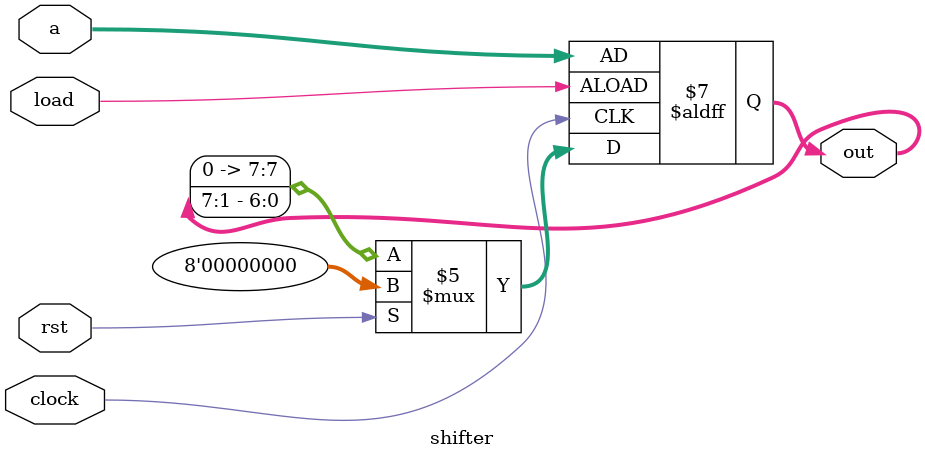
<source format=v>
`timescale 1ns / 1ps
module shifter(input[7:0] a, input clock, output reg[7:0] out, input rst, input load
    );
always @(posedge clock or posedge load )
begin
if(load)
out =a;
else
	begin
if(!rst)
out = out>>1;

else 
out = 0;
	end
end

endmodule
</source>
